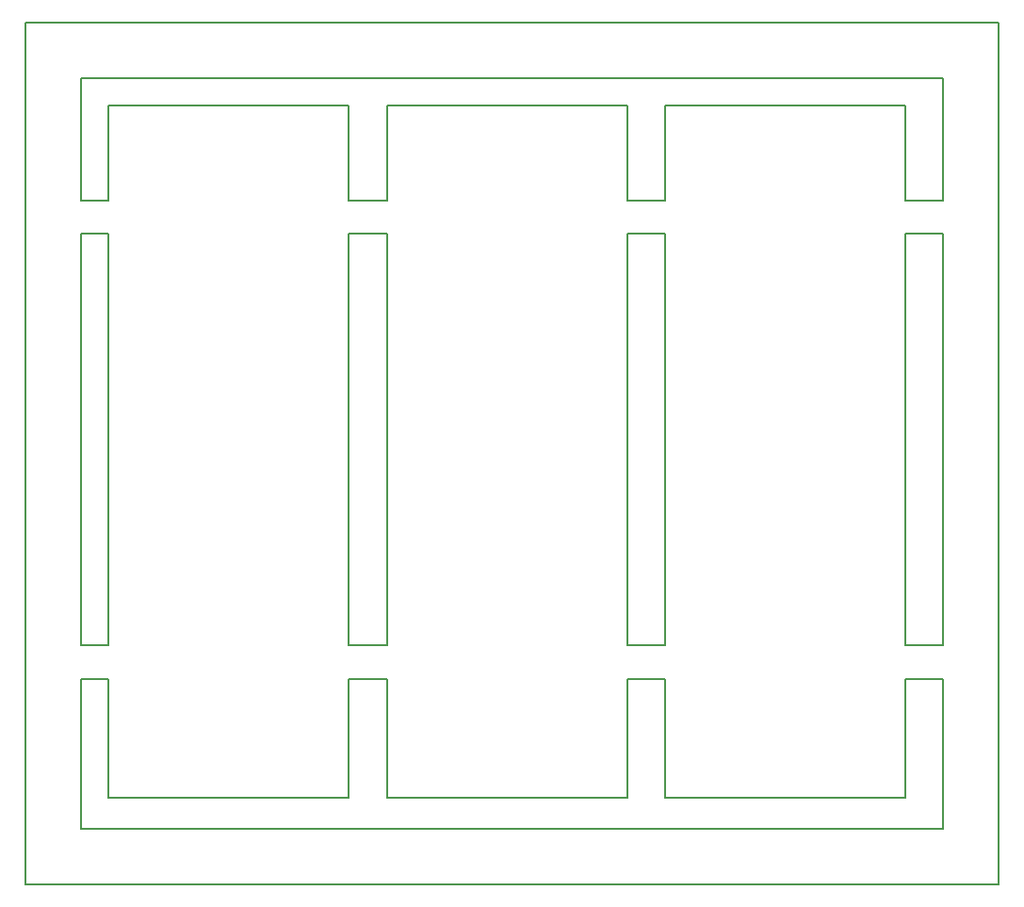
<source format=gbr>
G04 #@! TF.GenerationSoftware,KiCad,Pcbnew,(5.0.0)*
G04 #@! TF.CreationDate,2020-04-28T11:04:28-06:00*
G04 #@! TF.ProjectId,panel,70616E656C2E6B696361645F70636200,rev?*
G04 #@! TF.SameCoordinates,Original*
G04 #@! TF.FileFunction,Profile,NP*
%FSLAX46Y46*%
G04 Gerber Fmt 4.6, Leading zero omitted, Abs format (unit mm)*
G04 Created by KiCad (PCBNEW (5.0.0)) date 04/28/20 11:04:28*
%MOMM*%
%LPD*%
G01*
G04 APERTURE LIST*
%ADD10C,0.150000*%
G04 APERTURE END LIST*
D10*
X92500000Y-49000000D02*
X89094340Y-49000000D01*
X92500000Y-46000000D02*
X89094340Y-46000000D01*
X117500000Y-46000000D02*
X117500000Y-35000000D01*
X117500000Y-102500000D02*
X117500000Y-89000000D01*
X114094340Y-46000000D02*
X117500000Y-46000000D01*
X114094340Y-49000000D02*
X117500000Y-49000000D01*
X114094340Y-86000000D02*
X117500000Y-86000000D01*
X114094340Y-89000000D02*
X117500000Y-89000000D01*
X92500000Y-86000000D02*
X89094340Y-86000000D01*
X92500000Y-89000000D02*
X89094340Y-89000000D01*
X64094340Y-89000000D02*
X67500000Y-89000000D01*
X64094340Y-86000000D02*
X67500000Y-86000000D01*
X64094340Y-49000000D02*
X67500000Y-49000000D01*
X67500000Y-46000000D02*
X64094340Y-46000000D01*
X114094340Y-37500000D02*
X114094340Y-46000000D01*
X89094340Y-37500000D02*
X89094340Y-46000000D01*
X114094340Y-49000000D02*
X114094340Y-86000000D01*
X89094340Y-49000000D02*
X89094340Y-86000000D01*
X92500000Y-89000000D02*
X92500000Y-99719740D01*
X67500000Y-89000000D02*
X67500000Y-99719740D01*
X92500000Y-46000000D02*
X92500000Y-37500000D01*
X67500000Y-46000000D02*
X67500000Y-37500000D01*
X114094340Y-89000000D02*
X114094340Y-99719740D01*
X89094340Y-89000000D02*
X89094340Y-99719740D01*
X92500000Y-86000000D02*
X92500000Y-49000000D01*
X67500000Y-86000000D02*
X67500000Y-49000000D01*
X92504340Y-37489740D02*
X114094340Y-37489740D01*
X67504340Y-37489740D02*
X89094340Y-37489740D01*
X114094340Y-99719740D02*
X92504340Y-99719740D01*
X89094340Y-99719740D02*
X67504340Y-99719740D01*
X64094340Y-37500000D02*
X64094340Y-46000000D01*
X64094340Y-49000000D02*
X64094340Y-86000000D01*
X42500000Y-89000000D02*
X42500000Y-99719740D01*
X42500000Y-46000000D02*
X40000000Y-46000000D01*
X40000000Y-49000000D02*
X42500000Y-49000000D01*
X40000000Y-86000000D02*
X42500000Y-86000000D01*
X40000000Y-89000000D02*
X42500000Y-89000000D01*
X40000000Y-102000000D02*
X40000000Y-102500000D01*
X40000000Y-89000000D02*
X40000000Y-102000000D01*
X40000000Y-46000000D02*
X40000000Y-35000000D01*
X42500000Y-46000000D02*
X42500000Y-37500000D01*
X40000000Y-86000000D02*
X40000000Y-49000000D01*
X117500000Y-102500000D02*
X40000000Y-102500000D01*
X117500000Y-49000000D02*
X117500000Y-86000000D01*
X122500000Y-107500000D02*
X122500000Y-30000000D01*
X35000000Y-107500000D02*
X122500000Y-107500000D01*
X35000000Y-30000000D02*
X35000000Y-107500000D01*
X40000000Y-35000000D02*
X117500000Y-35000000D01*
X35000000Y-30000000D02*
X122500000Y-30000000D01*
X64094340Y-99719740D02*
X42504340Y-99719740D01*
X64094340Y-89000000D02*
X64094340Y-99719740D01*
X42504340Y-37489740D02*
X64094340Y-37489740D01*
X42500000Y-86000000D02*
X42500000Y-49000000D01*
M02*

</source>
